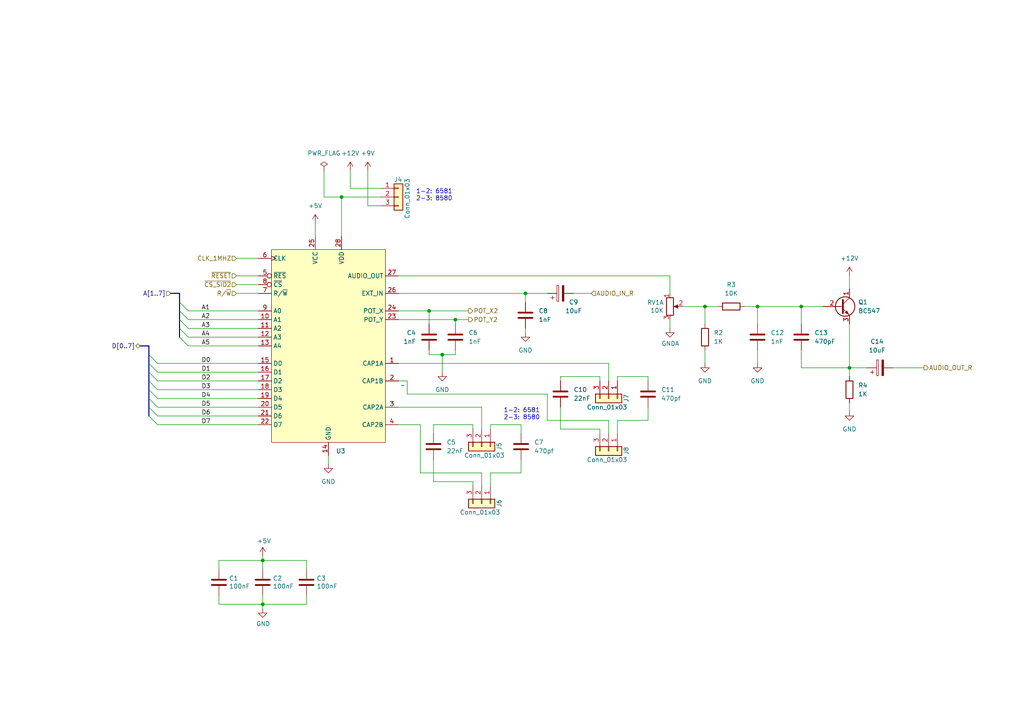
<source format=kicad_sch>
(kicad_sch (version 20230121) (generator eeschema)
  (paper "A4")
  (lib_symbols
    (symbol "Connector_Generic:Conn_01x03" (pin_names (offset 1.016) hide)
      (property "Reference" "J" (at 0 5.08 0))
      (property "Value" "Conn_01x03" (at 0 -5.08 0))
      (symbol "Conn_01x03_1_1"
        (rectangle (start -1.27 -2.413) (end 0 -2.667) (stroke (width 0.1524)))
        (rectangle (start -1.27 0.127) (end 0 -0.127) (stroke (width 0.1524)))
        (rectangle (start -1.27 2.667) (end 0 2.413) (stroke (width 0.1524)))
        (rectangle (start -1.27 3.81) (end 1.27 -3.81) (stroke (width 0.254)) (fill (type background)))
        (pin passive line (at -5.08 2.54 0) (length 3.81) (name "Pin_1") (number "1"))
        (pin passive line (at -5.08 0 0) (length 3.81) (name "Pin_2") (number "2"))
        (pin passive line (at -5.08 -2.54 0) (length 3.81) (name "Pin_3") (number "3"))
      )
    )
    (symbol "Ddraig:SID"
      (property "Reference" "U" (at -15.24 26.67 0))
      (symbol "SID_1_1"
        (rectangle (start -16.51 25.4) (end 16.51 -30.48) (fill (type background)))
        (pin passive line (at 20.32 -7.62 180) (length 3.81) (name "CAP1A") (number "1"))
        (pin input line (at -20.32 5.08 0) (length 3.81) (name "A1") (number "10"))
        (pin input line (at -20.32 2.54 0) (length 3.81) (name "A2") (number "11"))
        (pin input line (at -20.32 0 0) (length 3.81) (name "A3") (number "12"))
        (pin input line (at -20.32 -2.54 0) (length 3.81) (name "A4") (number "13"))
        (pin power_in line (at 0 -34.29 90) (length 3.81) (name "GND") (number "14"))
        (pin bidirectional line (at -20.32 -7.62 0) (length 3.81) (name "D0") (number "15"))
        (pin bidirectional line (at -20.32 -10.16 0) (length 3.81) (name "D1") (number "16"))
        (pin bidirectional line (at -20.32 -12.7 0) (length 3.81) (name "D2") (number "17"))
        (pin bidirectional line (at -20.32 -15.24 0) (length 3.81) (name "D3") (number "18"))
        (pin bidirectional line (at -20.32 -17.78 0) (length 3.81) (name "D4") (number "19"))
        (pin passive line (at 20.32 -12.7 180) (length 3.81) (name "CAP1B") (number "2"))
        (pin bidirectional line (at -20.32 -20.32 0) (length 3.81) (name "D5") (number "20"))
        (pin bidirectional line (at -20.32 -22.86 0) (length 3.81) (name "D6") (number "21"))
        (pin bidirectional line (at -20.32 -25.4 0) (length 3.81) (name "D7") (number "22"))
        (pin input line (at 20.32 5.08 180) (length 3.81) (name "POT_Y") (number "23"))
        (pin input line (at 20.32 7.62 180) (length 3.81) (name "POT_X") (number "24"))
        (pin power_in line (at -3.81 29.21 270) (length 3.81) (name "VCC") (number "25"))
        (pin input line (at 20.32 12.7 180) (length 3.81) (name "EXT_IN") (number "26"))
        (pin output line (at 20.32 17.78 180) (length 3.81) (name "AUDIO_OUT") (number "27"))
        (pin power_in line (at 3.81 29.21 270) (length 3.81) (name "VDD") (number "28"))
        (pin passive line (at 20.32 -20.32 180) (length 3.81) (name "CAP2A") (number "3"))
        (pin passive line (at 20.32 -25.4 180) (length 3.81) (name "CAP2B") (number "4"))
        (pin input inverted (at -20.32 17.78 0) (length 3.81) (name "~{RES}") (number "5"))
        (pin input clock (at -20.32 22.86 0) (length 3.81) (name "CLK") (number "6"))
        (pin input line (at -20.32 12.7 0) (length 3.81) (name "R/~{W}") (number "7"))
        (pin input inverted (at -20.32 15.24 0) (length 3.81) (name "~{CS}") (number "8"))
        (pin input line (at -20.32 7.62 0) (length 3.81) (name "A0") (number "9"))
      )
    )
    (symbol "Device:C" (pin_numbers hide) (pin_names (offset 0.254))
      (property "Reference" "C" (at 0.635 2.54 0))
      (property "Value" "C" (at 0.635 -2.54 0))
      (symbol "C_0_1"
        (polyline (pts (xy -2.032 -0.762) (xy 2.032 -0.762)) (stroke (width 0.508)))
        (polyline (pts (xy -2.032 0.762) (xy 2.032 0.762)) (stroke (width 0.508)))
      )
      (symbol "C_1_1"
        (pin passive line (at 0 3.81 270) (length 2.794) (name "~") (number "1"))
        (pin passive line (at 0 -3.81 90) (length 2.794) (name "~") (number "2"))
      )
    )
    (symbol "Device:C_Polarized" (pin_numbers hide) (pin_names (offset 0.254))
      (property "Reference" "C" (at 0.635 2.54 0))
      (property "Value" "C_Polarized" (at 0.635 -2.54 0))
      (symbol "C_Polarized_0_1"
        (rectangle (start -2.286 0.508) (end 2.286 1.016))
        (polyline (pts (xy -1.778 2.286) (xy -0.762 2.286)))
        (polyline (pts (xy -1.27 2.794) (xy -1.27 1.778)))
        (rectangle (start 2.286 -0.508) (end -2.286 -1.016) (fill (type outline)))
      )
      (symbol "C_Polarized_1_1"
        (pin passive line (at 0 3.81 270) (length 2.794) (name "~") (number "1"))
        (pin passive line (at 0 -3.81 90) (length 2.794) (name "~") (number "2"))
      )
    )
    (symbol "Device:R" (pin_numbers hide) (pin_names (offset 0))
      (property "Reference" "R" (at 2.032 0 90))
      (property "Value" "R" (at 0 0 90))
      (symbol "R_0_1"
        (rectangle (start -1.016 -2.54) (end 1.016 2.54) (stroke (width 0.254)))
      )
      (symbol "R_1_1"
        (pin passive line (at 0 3.81 270) (length 1.27) (name "~") (number "1"))
        (pin passive line (at 0 -3.81 90) (length 1.27) (name "~") (number "2"))
      )
    )
    (symbol "Device:R_Potentiometer_Dual_Separate" (pin_names (offset 1.016) hide)
      (property "Reference" "RV" (at -4.445 0 90))
      (property "Value" "R_Potentiometer_Dual_Separate" (at -2.54 0 90))
      (symbol "R_Potentiometer_Dual_Separate_0_1"
        (polyline (pts (xy 2.54 0) (xy 1.524 0)))
        (polyline (pts (xy 1.143 0) (xy 2.286 0.508) (xy 2.286 -0.508) (xy 1.143 0)) (fill (type outline)))
        (rectangle (start 1.016 2.54) (end -1.016 -2.54) (stroke (width 0.254)))
      )
      (symbol "R_Potentiometer_Dual_Separate_1_1"
        (pin passive line (at 0 3.81 270) (length 1.27) (name "1") (number "1"))
        (pin passive line (at 3.81 0 180) (length 1.27) (name "2") (number "2"))
        (pin passive line (at 0 -3.81 90) (length 1.27) (name "3") (number "3"))
      )
      (symbol "R_Potentiometer_Dual_Separate_2_1"
        (pin passive line (at 0 3.81 270) (length 1.27) (name "4") (number "4"))
        (pin passive line (at 3.81 0 180) (length 1.27) (name "5") (number "5"))
        (pin passive line (at 0 -3.81 90) (length 1.27) (name "6") (number "6"))
      )
    )
    (symbol "Transistor_BJT:BC547" (pin_names (offset 0) hide)
      (property "Reference" "Q" (at 5.08 1.905 0))
      (property "Value" "BC547" (at 5.08 0 0))
      (symbol "BC547_0_1"
        (polyline (pts (xy 0 0) (xy 0.635 0)))
        (polyline (pts (xy 0.635 0.635) (xy 2.54 2.54)))
        (polyline (pts (xy 0.635 -0.635) (xy 2.54 -2.54) (xy 2.54 -2.54)))
        (polyline (pts (xy 0.635 1.905) (xy 0.635 -1.905) (xy 0.635 -1.905)) (stroke (width 0.508)))
        (polyline (pts (xy 1.27 -1.778) (xy 1.778 -1.27) (xy 2.286 -2.286) (xy 1.27 -1.778) (xy 1.27 -1.778)) (fill (type outline)))
        (circle (center 1.27 0) (radius 2.8194) (stroke (width 0.254)))
      )
      (symbol "BC547_1_1"
        (pin passive line (at 2.54 5.08 270) (length 2.54) (name "C") (number "1"))
        (pin input line (at -5.08 0 0) (length 5.08) (name "B") (number "2"))
        (pin passive line (at 2.54 -5.08 90) (length 2.54) (name "E") (number "3"))
      )
    )
    (symbol "power:+12V" (power) (pin_names (offset 0))
      (property "Value" "+12V" (at 0 3.556 0))
      (symbol "+12V_0_1"
        (polyline (pts (xy -0.762 1.27) (xy 0 2.54)))
        (polyline (pts (xy 0 0) (xy 0 2.54)))
        (polyline (pts (xy 0 2.54) (xy 0.762 1.27)))
      )
      (symbol "+12V_1_1"
        (pin power_in line (at 0 0 90) (length 0) hide (name "+12V") (number "1"))
      )
    )
    (symbol "power:+5V" (power) (pin_names (offset 0))
      (property "Value" "+5V" (at 0 3.556 0))
      (symbol "+5V_0_1"
        (polyline (pts (xy -0.762 1.27) (xy 0 2.54)))
        (polyline (pts (xy 0 0) (xy 0 2.54)))
        (polyline (pts (xy 0 2.54) (xy 0.762 1.27)))
      )
      (symbol "+5V_1_1"
        (pin power_in line (at 0 0 90) (length 0) hide (name "+5V") (number "1"))
      )
    )
    (symbol "power:+9V" (power) (pin_names (offset 0))
      (property "Value" "+9V" (at 0 3.556 0))
      (symbol "+9V_0_1"
        (polyline (pts (xy -0.762 1.27) (xy 0 2.54)))
        (polyline (pts (xy 0 0) (xy 0 2.54)))
        (polyline (pts (xy 0 2.54) (xy 0.762 1.27)))
      )
      (symbol "+9V_1_1"
        (pin power_in line (at 0 0 90) (length 0) hide (name "+9V") (number "1"))
      )
    )
    (symbol "power:GND" (power) (pin_names (offset 0))
      (property "Value" "GND" (at 0 -3.81 0))
      (symbol "GND_0_1"
        (polyline (pts (xy 0 0) (xy 0 -1.27) (xy 1.27 -1.27) (xy 0 -2.54) (xy -1.27 -1.27) (xy 0 -1.27)))
      )
      (symbol "GND_1_1"
        (pin power_in line (at 0 0 270) (length 0) hide (name "GND") (number "1"))
      )
    )
    (symbol "power:GNDA" (power) (pin_names (offset 0))
      (property "Value" "GNDA" (at 0 -3.81 0))
      (symbol "GNDA_0_1"
        (polyline (pts (xy 0 0) (xy 0 -1.27) (xy 1.27 -1.27) (xy 0 -2.54) (xy -1.27 -1.27) (xy 0 -1.27)))
      )
      (symbol "GNDA_1_1"
        (pin power_in line (at 0 0 270) (length 0) hide (name "GNDA") (number "1"))
      )
    )
    (symbol "power:PWR_FLAG" (power) (pin_numbers hide) (pin_names (offset 0) hide)
      (property "Value" "PWR_FLAG" (at 0 3.81 0))
      (symbol "PWR_FLAG_0_0"
        (pin power_out line (at 0 0 90) (length 0) (name "pwr") (number "1"))
      )
      (symbol "PWR_FLAG_0_1"
        (polyline (pts (xy 0 0) (xy 0 1.27) (xy -1.016 1.905) (xy 0 2.54) (xy 1.016 1.905) (xy 0 1.27)))
      )
    )
  )
  (junction (at 76.2 162.56))
  (junction (at 232.41 88.9))
  (junction (at 99.06 57.15))
  (junction (at 219.71 88.9))
  (junction (at 246.38 106.68))
  (junction (at 132.08 92.71))
  (junction (at 128.27 102.87))
  (junction (at 204.47 88.9))
  (junction (at 124.46 90.17))
  (junction (at 152.4 85.09))
  (junction (at 76.2 175.26))
  (bus_entry (at 43.18 110.49) (size 2.54 2.54))
  (bus_entry (at 43.18 113.03) (size 2.54 2.54))
  (bus_entry (at 43.18 107.95) (size 2.54 2.54))
  (bus_entry (at 52.07 95.25) (size 2.54 2.54))
  (bus_entry (at 52.07 97.79) (size 2.54 2.54))
  (bus_entry (at 43.18 105.41) (size 2.54 2.54))
  (bus_entry (at 52.07 90.17) (size 2.54 2.54))
  (bus_entry (at 43.18 118.11) (size 2.54 2.54))
  (bus_entry (at 52.07 92.71) (size 2.54 2.54))
  (bus_entry (at 52.07 87.63) (size 2.54 2.54))
  (bus_entry (at 43.18 102.87) (size 2.54 2.54))
  (bus_entry (at 43.18 115.57) (size 2.54 2.54))
  (bus_entry (at 43.18 120.65) (size 2.54 2.54))
  (bus (pts (xy 40.64 100.33) (xy 43.18 100.33)))
  (bus (pts (xy 43.18 102.87) (xy 43.18 100.33)))
  (wire (pts (xy 139.7 137.16) (xy 139.7 140.97)))
  (wire (pts (xy 101.6 49.53) (xy 101.6 54.61)))
  (wire (pts (xy 132.08 101.6) (xy 132.08 102.87)))
  (bus (pts (xy 52.07 92.71) (xy 52.07 90.17)))
  (wire (pts (xy 45.72 113.03) (xy 74.93 113.03)))
  (wire (pts (xy 63.5 165.1) (xy 63.5 162.56)))
  (wire (pts (xy 115.57 123.19) (xy 121.92 123.19)))
  (wire (pts (xy 76.2 165.1) (xy 76.2 162.56)))
  (wire (pts (xy 142.24 137.16) (xy 151.13 137.16)))
  (wire (pts (xy 115.57 92.71) (xy 132.08 92.71)))
  (wire (pts (xy 137.16 123.19) (xy 137.16 124.46)))
  (wire (pts (xy 115.57 110.49) (xy 118.11 110.49)))
  (wire (pts (xy 124.46 102.87) (xy 128.27 102.87)))
  (wire (pts (xy 93.98 49.53) (xy 93.98 57.15)))
  (wire (pts (xy 68.58 80.01) (xy 74.93 80.01)))
  (wire (pts (xy 151.13 137.16) (xy 151.13 133.35)))
  (wire (pts (xy 76.2 175.26) (xy 76.2 176.53)))
  (wire (pts (xy 68.58 85.09) (xy 74.93 85.09)))
  (wire (pts (xy 45.72 118.11) (xy 74.93 118.11)))
  (wire (pts (xy 121.92 123.19) (xy 121.92 137.16)))
  (wire (pts (xy 115.57 80.01) (xy 194.31 80.01)))
  (wire (pts (xy 246.38 116.84) (xy 246.38 119.38)))
  (wire (pts (xy 88.9 175.26) (xy 88.9 172.72)))
  (wire (pts (xy 125.73 139.7) (xy 137.16 139.7)))
  (wire (pts (xy 99.06 68.58) (xy 99.06 57.15)))
  (wire (pts (xy 68.58 82.55) (xy 74.93 82.55)))
  (wire (pts (xy 125.73 133.35) (xy 125.73 139.7)))
  (wire (pts (xy 162.56 118.11) (xy 162.56 124.46)))
  (wire (pts (xy 88.9 162.56) (xy 88.9 165.1)))
  (wire (pts (xy 246.38 93.98) (xy 246.38 106.68)))
  (wire (pts (xy 115.57 118.11) (xy 139.7 118.11)))
  (wire (pts (xy 54.61 100.33) (xy 74.93 100.33)))
  (wire (pts (xy 101.6 54.61) (xy 110.49 54.61)))
  (bus (pts (xy 43.18 118.11) (xy 43.18 115.57)))
  (wire (pts (xy 118.11 110.49) (xy 118.11 114.3)))
  (wire (pts (xy 173.99 109.22) (xy 173.99 110.49)))
  (wire (pts (xy 45.72 120.65) (xy 74.93 120.65)))
  (wire (pts (xy 93.98 57.15) (xy 99.06 57.15)))
  (wire (pts (xy 179.07 109.22) (xy 179.07 110.49)))
  (wire (pts (xy 142.24 123.19) (xy 142.24 124.46)))
  (wire (pts (xy 63.5 175.26) (xy 76.2 175.26)))
  (wire (pts (xy 219.71 101.6) (xy 219.71 105.41)))
  (wire (pts (xy 45.72 105.41) (xy 74.93 105.41)))
  (wire (pts (xy 162.56 109.22) (xy 173.99 109.22)))
  (wire (pts (xy 124.46 90.17) (xy 135.89 90.17)))
  (wire (pts (xy 151.13 123.19) (xy 151.13 125.73)))
  (wire (pts (xy 54.61 92.71) (xy 74.93 92.71)))
  (wire (pts (xy 152.4 95.25) (xy 152.4 96.52)))
  (wire (pts (xy 173.99 124.46) (xy 173.99 125.73)))
  (wire (pts (xy 219.71 88.9) (xy 232.41 88.9)))
  (wire (pts (xy 91.44 64.77) (xy 91.44 68.58)))
  (wire (pts (xy 187.96 118.11) (xy 187.96 121.92)))
  (bus (pts (xy 43.18 107.95) (xy 43.18 105.41)))
  (wire (pts (xy 45.72 110.49) (xy 74.93 110.49)))
  (wire (pts (xy 158.75 114.3) (xy 158.75 121.92)))
  (wire (pts (xy 121.92 137.16) (xy 139.7 137.16)))
  (bus (pts (xy 52.07 97.79) (xy 52.07 95.25)))
  (bus (pts (xy 52.07 95.25) (xy 52.07 92.71)))
  (bus (pts (xy 43.18 115.57) (xy 43.18 113.03)))
  (wire (pts (xy 152.4 85.09) (xy 152.4 87.63)))
  (wire (pts (xy 187.96 109.22) (xy 187.96 110.49)))
  (wire (pts (xy 166.37 85.09) (xy 171.45 85.09)))
  (wire (pts (xy 128.27 102.87) (xy 128.27 107.95)))
  (wire (pts (xy 137.16 139.7) (xy 137.16 140.97)))
  (wire (pts (xy 76.2 162.56) (xy 76.2 161.29)))
  (wire (pts (xy 246.38 106.68) (xy 251.46 106.68)))
  (wire (pts (xy 63.5 162.56) (xy 76.2 162.56)))
  (wire (pts (xy 219.71 88.9) (xy 219.71 93.98)))
  (wire (pts (xy 232.41 88.9) (xy 238.76 88.9)))
  (wire (pts (xy 63.5 172.72) (xy 63.5 175.26)))
  (bus (pts (xy 43.18 110.49) (xy 43.18 107.95)))
  (wire (pts (xy 158.75 121.92) (xy 176.53 121.92)))
  (wire (pts (xy 139.7 118.11) (xy 139.7 124.46)))
  (wire (pts (xy 132.08 92.71) (xy 132.08 93.98)))
  (wire (pts (xy 232.41 106.68) (xy 246.38 106.68)))
  (wire (pts (xy 99.06 57.15) (xy 110.49 57.15)))
  (wire (pts (xy 124.46 101.6) (xy 124.46 102.87)))
  (wire (pts (xy 194.31 92.71) (xy 194.31 95.25)))
  (bus (pts (xy 49.53 85.09) (xy 52.07 85.09)))
  (wire (pts (xy 179.07 121.92) (xy 179.07 125.73)))
  (wire (pts (xy 246.38 106.68) (xy 246.38 109.22)))
  (wire (pts (xy 179.07 109.22) (xy 187.96 109.22)))
  (wire (pts (xy 76.2 172.72) (xy 76.2 175.26)))
  (wire (pts (xy 76.2 162.56) (xy 88.9 162.56)))
  (wire (pts (xy 54.61 95.25) (xy 74.93 95.25)))
  (bus (pts (xy 43.18 113.03) (xy 43.18 110.49)))
  (bus (pts (xy 43.18 105.41) (xy 43.18 102.87)))
  (wire (pts (xy 194.31 80.01) (xy 194.31 85.09)))
  (wire (pts (xy 95.25 132.08) (xy 95.25 134.62)))
  (wire (pts (xy 152.4 85.09) (xy 158.75 85.09)))
  (wire (pts (xy 54.61 90.17) (xy 74.93 90.17)))
  (wire (pts (xy 68.58 74.93) (xy 74.93 74.93)))
  (bus (pts (xy 43.18 120.65) (xy 43.18 118.11)))
  (wire (pts (xy 232.41 88.9) (xy 232.41 93.98)))
  (wire (pts (xy 124.46 90.17) (xy 124.46 93.98)))
  (wire (pts (xy 204.47 101.6) (xy 204.47 105.41)))
  (wire (pts (xy 132.08 102.87) (xy 128.27 102.87)))
  (wire (pts (xy 106.68 59.69) (xy 110.49 59.69)))
  (wire (pts (xy 115.57 105.41) (xy 176.53 105.41)))
  (wire (pts (xy 232.41 101.6) (xy 232.41 106.68)))
  (wire (pts (xy 204.47 88.9) (xy 208.28 88.9)))
  (wire (pts (xy 132.08 92.71) (xy 135.89 92.71)))
  (wire (pts (xy 125.73 125.73) (xy 125.73 123.19)))
  (wire (pts (xy 215.9 88.9) (xy 219.71 88.9)))
  (wire (pts (xy 198.12 88.9) (xy 204.47 88.9)))
  (wire (pts (xy 259.08 106.68) (xy 267.97 106.68)))
  (wire (pts (xy 187.96 121.92) (xy 179.07 121.92)))
  (wire (pts (xy 45.72 123.19) (xy 74.93 123.19)))
  (wire (pts (xy 162.56 124.46) (xy 173.99 124.46)))
  (wire (pts (xy 76.2 175.26) (xy 88.9 175.26)))
  (wire (pts (xy 115.57 85.09) (xy 152.4 85.09)))
  (wire (pts (xy 125.73 123.19) (xy 137.16 123.19)))
  (bus (pts (xy 52.07 87.63) (xy 52.07 85.09)))
  (wire (pts (xy 118.11 114.3) (xy 158.75 114.3)))
  (wire (pts (xy 45.72 115.57) (xy 74.93 115.57)))
  (wire (pts (xy 176.53 121.92) (xy 176.53 125.73)))
  (wire (pts (xy 45.72 107.95) (xy 74.93 107.95)))
  (wire (pts (xy 142.24 137.16) (xy 142.24 140.97)))
  (wire (pts (xy 204.47 88.9) (xy 204.47 93.98)))
  (wire (pts (xy 142.24 123.19) (xy 151.13 123.19)))
  (wire (pts (xy 115.57 90.17) (xy 124.46 90.17)))
  (bus (pts (xy 52.07 90.17) (xy 52.07 87.63)))
  (wire (pts (xy 106.68 49.53) (xy 106.68 59.69)))
  (wire (pts (xy 162.56 110.49) (xy 162.56 109.22)))
  (wire (pts (xy 246.38 80.01) (xy 246.38 83.82)))
  (wire (pts (xy 176.53 105.41) (xy 176.53 110.49)))
  (wire (pts (xy 54.61 97.79) (xy 74.93 97.79)))
  (text "1-2: 6581\n2-3: 8580\n" (at 120.65 58.42 0) (effects (font (size 1.27 1.27)) (justify left bottom)))
  (text "1-2: 6581\n2-3: 8580\n" (at 146.05 121.92 0) (effects (font (size 1.27 1.27)) (justify left bottom)))
  (label "A5" (at 58.42 100.33 0))
  (label "D3" (at 58.42 113.03 0))
  (label "A4" (at 58.42 97.79 0))
  (label "A3" (at 58.42 95.25 0))
  (label "D1" (at 58.42 107.95 0))
  (label "D6" (at 58.42 120.65 0))
  (label "D2" (at 58.42 110.49 0))
  (label "D0" (at 58.42 105.41 0))
  (label "D5" (at 58.42 118.11 0))
  (label "D7" (at 58.42 123.19 0))
  (label "D4" (at 58.42 115.57 0))
  (label "A2" (at 58.42 92.71 0))
  (label "A1" (at 58.42 90.17 0))
  (hierarchical_label "POT_X2" (shape output) (at 135.89 90.17 0))
  (hierarchical_label "~{RESET}" (shape input) (at 68.58 80.01 180))
  (hierarchical_label "A[1..7]" (shape input) (at 49.53 85.09 180))
  (hierarchical_label "D[0..7]" (shape bidirectional) (at 40.64 100.33 180))
  (hierarchical_label "AUDIO_IN_R" (shape input) (at 171.45 85.09 0))
  (hierarchical_label "AUDIO_OUT_R" (shape output) (at 267.97 106.68 0))
  (hierarchical_label "~{CS_SID2}" (shape input) (at 68.58 82.55 180))
  (hierarchical_label "POT_Y2" (shape output) (at 135.89 92.71 0))
  (hierarchical_label "CLK_1MHZ" (shape input) (at 68.58 74.93 180))
  (hierarchical_label "R{slash}~{W}" (shape input) (at 68.58 85.09 180))
  (symbol (lib_id "Connector_Generic:Conn_01x03") (at 176.53 130.81 270) (unit 1)
    (property "Reference" "J8" (at 181.61 129.54 0) (effects (justify left)))
    (property "Value" "Conn_01x03" (at 170.18 133.35 90) (effects (justify left)))
    (instances (project "AudioSID" (path "" (reference "J8") (unit 1)) (path "" (reference "J16") (unit 1))))
  )
  (symbol (lib_id "Connector_Generic:Conn_01x03") (at 115.57 57.15 0) (unit 1)
    (property "Reference" "J4" (at 114.3 52.07 0) (effects (justify left)))
    (property "Value" "Conn_01x03" (at 118.11 63.5 90) (effects (justify left)))
    (instances (project "AudioSID" (path "" (reference "J4") (unit 1)) (path "" (reference "J12") (unit 1))))
  )
  (symbol (lib_id "power:GND") (at 219.71 105.41 0) (unit 1)
    (property "Reference" "#PWR025" (effects hide))
    (property "Value" "GND" (at 219.71 110.49 0))
    (instances (project "AudioSID" (path "" (reference "#PWR025") (unit 1)) (path "" (reference "#PWR043") (unit 1))))
  )
  (symbol (lib_id "power:PWR_FLAG") (at 93.98 49.53 0) (unit 1)
    (property "Reference" "#FLG08" (effects hide))
    (property "Value" "PWR_FLAG" (at 93.98 44.45 0))
  )
  (symbol (lib_id "Device:R") (at 204.47 97.79 0) (unit 1)
    (property "Reference" "R2" (at 207.01 96.52 0) (effects (justify left)))
    (property "Value" "1K" (at 207.01 99.06 0) (effects (justify left)))
    (instances (project "AudioSID" (path "" (reference "R2") (unit 1)) (path "" (reference "R5") (unit 1))))
  )
  (symbol (lib_id "Device:C_Polarized") (at 255.27 106.68 90) (unit 1)
    (property "Reference" "C14" (at 254.381 99.06 90))
    (property "Value" "10uF" (at 254.381 101.6 90))
    (instances (project "AudioSID" (path "" (reference "C14") (unit 1)) (path "" (reference "C31") (unit 1))))
  )
  (symbol (lib_id "Device:C") (at 125.73 129.54 0) (unit 1)
    (property "Reference" "C5" (at 129.54 128.27 0) (effects (justify left)))
    (property "Value" "22nF" (at 129.54 130.81 0) (effects (justify left)))
    (instances (project "AudioSID" (path "" (reference "C5") (unit 1)) (path "" (reference "C22") (unit 1))))
  )
  (symbol (lib_id "Connector_Generic:Conn_01x03") (at 176.53 115.57 270) (unit 1)
    (property "Reference" "J7" (at 181.61 114.3 0) (effects (justify left)))
    (property "Value" "Conn_01x03" (at 170.18 118.11 90) (effects (justify left)))
    (instances (project "AudioSID" (path "" (reference "J7") (unit 1)) (path "" (reference "J15") (unit 1))))
  )
  (symbol (lib_id "Device:C") (at 152.4 91.44 0) (unit 1)
    (property "Reference" "C8" (at 156.21 90.17 0) (effects (justify left)))
    (property "Value" "1nF" (at 156.21 92.71 0) (effects (justify left)))
    (instances (project "AudioSID" (path "" (reference "C8") (unit 1)) (path "" (reference "C25") (unit 1))))
  )
  (symbol (lib_id "Device:C") (at 151.13 129.54 0) (unit 1)
    (property "Reference" "C7" (at 154.94 128.27 0) (effects (justify left)))
    (property "Value" "470pf" (at 154.94 130.81 0) (effects (justify left)))
    (instances (project "AudioSID" (path "" (reference "C7") (unit 1)) (path "" (reference "C24") (unit 1))))
  )
  (symbol (lib_id "Device:C") (at 63.5 168.91 0) (unit 1)
    (property "Reference" "C1" (at 66.421 167.7416 0) (effects (justify left)))
    (property "Value" "100nF" (at 66.421 170.053 0) (effects (justify left)))
    (property "Footprint" "Capacitor_THT:C_Disc_D5.0mm_W2.5mm_P2.50mm" (effects hide))
    (instances (project "AudioSID" (path "" (reference "C1") (unit 1)) (path "" (reference "C26") (unit 1)) (path "" (reference "C18") (unit 1))))
  )
  (symbol (lib_id "power:+12V") (at 101.6 49.53 0) (unit 1)
    (property "Reference" "#PWR020" (effects hide))
    (property "Value" "+12V" (at 101.6 44.45 0))
    (instances (project "AudioSID" (path "" (reference "#PWR020") (unit 1)) (path "" (reference "#PWR037") (unit 1))))
  )
  (symbol (lib_id "Connector_Generic:Conn_01x03") (at 139.7 146.05 270) (unit 1)
    (property "Reference" "J6" (at 144.78 144.78 0) (effects (justify left)))
    (property "Value" "Conn_01x03" (at 133.35 148.59 90) (effects (justify left)))
    (instances (project "AudioSID" (path "" (reference "J6") (unit 1)) (path "" (reference "J14") (unit 1))))
  )
  (symbol (lib_id "Device:C") (at 162.56 114.3 0) (unit 1)
    (property "Reference" "C10" (at 166.37 113.03 0) (effects (justify left)))
    (property "Value" "22nF" (at 166.37 115.57 0) (effects (justify left)))
    (instances (project "AudioSID" (path "" (reference "C10") (unit 1)) (path "" (reference "C27") (unit 1))))
  )
  (symbol (lib_id "Ddraig:SID") (at 95.25 97.79 0) (unit 1)
    (property "Reference" "U3" (at 97.4441 130.81 0) (effects (justify left)))
    (property "Value" "~" (at 116.84 111.76 0))
    (property "Footprint" "Package_DIP:DIP-28_W15.24mm" (effects hide))
    (instances (project "AudioSID" (path "" (reference "U3") (unit 1)) (path "" (reference "U4") (unit 1))))
  )
  (symbol (lib_id "Device:C_Polarized") (at 162.56 85.09 90) (unit 1)
    (property "Reference" "C9" (at 166.37 87.63 90))
    (property "Value" "10uF" (at 166.37 90.17 90))
    (instances (project "AudioSID" (path "" (reference "C9") (unit 1)) (path "" (reference "C26") (unit 1))))
  )
  (symbol (lib_id "power:GND") (at 128.27 107.95 0) (unit 1)
    (property "Reference" "#PWR022" (effects hide))
    (property "Value" "GND" (at 128.27 113.03 0))
    (instances (project "AudioSID" (path "" (reference "#PWR022") (unit 1)) (path "" (reference "#PWR039") (unit 1))))
  )
  (symbol (lib_id "Device:C") (at 187.96 114.3 0) (unit 1)
    (property "Reference" "C11" (at 191.77 113.03 0) (effects (justify left)))
    (property "Value" "470pf" (at 191.77 115.57 0) (effects (justify left)))
    (instances (project "AudioSID" (path "" (reference "C11") (unit 1)) (path "" (reference "C28") (unit 1))))
  )
  (symbol (lib_id "power:GND") (at 95.25 134.62 0) (unit 1)
    (property "Reference" "#PWR019" (effects hide))
    (property "Value" "GND" (at 95.25 139.7 0))
    (instances (project "AudioSID" (path "" (reference "#PWR019") (unit 1)) (path "" (reference "#PWR036") (unit 1))))
  )
  (symbol (lib_id "power:+5V") (at 76.2 161.29 0) (unit 1)
    (property "Reference" "#PWR04" (effects hide))
    (property "Value" "+5V" (at 76.581 156.8958 0))
    (instances (project "AudioSID" (path "" (reference "#PWR04") (unit 1)) (path "" (reference "#PWR042") (unit 1)) (path "" (reference "#PWR033") (unit 1))))
  )
  (symbol (lib_id "Device:R") (at 246.38 113.03 0) (unit 1)
    (property "Reference" "R4" (at 248.92 111.76 0) (effects (justify left)))
    (property "Value" "1K" (at 248.92 114.3 0) (effects (justify left)))
    (instances (project "AudioSID" (path "" (reference "R4") (unit 1)) (path "" (reference "R7") (unit 1))))
  )
  (symbol (lib_id "Device:C") (at 232.41 97.79 0) (unit 1)
    (property "Reference" "C13" (at 236.22 96.52 0) (effects (justify left)))
    (property "Value" "470pF" (at 236.22 99.06 0) (effects (justify left)))
    (instances (project "AudioSID" (path "" (reference "C13") (unit 1)) (path "" (reference "C30") (unit 1))))
  )
  (symbol (lib_id "Device:R") (at 212.09 88.9 90) (unit 1)
    (property "Reference" "R3" (at 212.09 82.55 90))
    (property "Value" "10K" (at 212.09 85.09 90))
    (instances (project "AudioSID" (path "" (reference "R3") (unit 1)) (path "" (reference "R6") (unit 1))))
  )
  (symbol (lib_id "power:GND") (at 152.4 96.52 0) (unit 1)
    (property "Reference" "#PWR023" (effects hide))
    (property "Value" "GND" (at 152.4 101.6 0))
    (instances (project "AudioSID" (path "" (reference "#PWR023") (unit 1)) (path "" (reference "#PWR040") (unit 1))))
  )
  (symbol (lib_id "power:+9V") (at 106.68 49.53 0) (unit 1)
    (property "Reference" "#PWR021" (effects hide))
    (property "Value" "+9V" (at 106.68 44.45 0))
    (instances (project "AudioSID" (path "" (reference "#PWR021") (unit 1)) (path "" (reference "#PWR038") (unit 1))))
  )
  (symbol (lib_id "power:+12V") (at 246.38 80.01 0) (unit 1)
    (property "Reference" "#PWR026" (effects hide))
    (property "Value" "+12V" (at 246.38 74.93 0))
    (instances (project "AudioSID" (path "" (reference "#PWR026") (unit 1)) (path "" (reference "#PWR044") (unit 1))))
  )
  (symbol (lib_id "Transistor_BJT:BC547") (at 243.84 88.9 0) (unit 1)
    (property "Reference" "Q1" (at 248.92 87.63 0) (effects (justify left)))
    (property "Value" "BC547" (at 248.92 90.17 0) (effects (justify left)))
    (property "Footprint" "Package_TO_SOT_THT:TO-92_Inline" (effects hide))
    (property "Datasheet" "https://www.onsemi.com/pub/Collateral/BC550-D.pdf" (effects hide))
    (instances (project "AudioSID" (path "" (reference "Q1") (unit 1)) (path "" (reference "Q2") (unit 1))))
  )
  (symbol (lib_id "power:GND") (at 246.38 119.38 0) (unit 1)
    (property "Reference" "#PWR027" (effects hide))
    (property "Value" "GND" (at 246.38 124.46 0))
    (instances (project "AudioSID" (path "" (reference "#PWR027") (unit 1)) (path "" (reference "#PWR045") (unit 1))))
  )
  (symbol (lib_id "Device:C") (at 124.46 97.79 0) (mirror y) (unit 1)
    (property "Reference" "C4" (at 120.65 96.52 0) (effects (justify left)))
    (property "Value" "1nF" (at 120.65 99.06 0) (effects (justify left)))
    (instances (project "AudioSID" (path "" (reference "C4") (unit 1)) (path "" (reference "C21") (unit 1))))
  )
  (symbol (lib_id "power:GND") (at 204.47 105.41 0) (unit 1)
    (property "Reference" "#PWR024" (effects hide))
    (property "Value" "GND" (at 204.47 110.49 0))
    (instances (project "AudioSID" (path "" (reference "#PWR024") (unit 1)) (path "" (reference "#PWR042") (unit 1))))
  )
  (symbol (lib_id "power:+5V") (at 91.44 64.77 0) (unit 1)
    (property "Reference" "#PWR018" (effects hide))
    (property "Value" "+5V" (at 91.44 59.69 0))
    (instances (project "AudioSID" (path "" (reference "#PWR018") (unit 1)) (path "" (reference "#PWR035") (unit 1))))
  )
  (symbol (lib_id "Connector_Generic:Conn_01x03") (at 139.7 129.54 270) (unit 1)
    (property "Reference" "J5" (at 144.78 128.27 0) (effects (justify left)))
    (property "Value" "Conn_01x03" (at 134.62 132.08 90) (effects (justify left)))
    (instances (project "AudioSID" (path "" (reference "J5") (unit 1)) (path "" (reference "J13") (unit 1))))
  )
  (symbol (lib_id "Device:C") (at 76.2 168.91 0) (unit 1)
    (property "Reference" "C2" (at 79.121 167.7416 0) (effects (justify left)))
    (property "Value" "100nF" (at 79.121 170.053 0) (effects (justify left)))
    (property "Footprint" "Capacitor_THT:C_Disc_D5.0mm_W2.5mm_P2.50mm" (effects hide))
    (instances (project "AudioSID" (path "" (reference "C2") (unit 1)) (path "" (reference "C27") (unit 1)) (path "" (reference "C19") (unit 1))))
  )
  (symbol (lib_id "Device:R_Potentiometer_Dual_Separate") (at 194.31 88.9 0) (unit 1)
    (property "Reference" "RV1" (at 192.532 87.7316 0) (effects (justify right)))
    (property "Value" "10K" (at 192.532 90.043 0) (effects (justify right)))
    (property "Footprint" "Potentiometer_THT:Potentiometer_Alps_RK163_Dual_Horizontal" (effects hide))
    (instances (project "AudioSID" (path "" (reference "RV1") (unit 1)) (path "" (reference "RV1") (unit 2))))
  )
  (symbol (lib_id "Device:C") (at 132.08 97.79 0) (unit 1)
    (property "Reference" "C6" (at 135.89 96.52 0) (effects (justify left)))
    (property "Value" "1nF" (at 135.89 99.06 0) (effects (justify left)))
    (instances (project "AudioSID" (path "" (reference "C6") (unit 1)) (path "" (reference "C23") (unit 1))))
  )
  (symbol (lib_id "power:GND") (at 76.2 176.53 0) (unit 1)
    (property "Reference" "#PWR05" (effects hide))
    (property "Value" "GND" (at 76.327 180.9242 0))
    (instances (project "AudioSID" (path "" (reference "#PWR05") (unit 1)) (path "" (reference "#PWR043") (unit 1)) (path "" (reference "#PWR034") (unit 1))))
  )
  (symbol (lib_id "Device:C") (at 219.71 97.79 0) (unit 1)
    (property "Reference" "C12" (at 223.52 96.52 0) (effects (justify left)))
    (property "Value" "1nF" (at 223.52 99.06 0) (effects (justify left)))
    (instances (project "AudioSID" (path "" (reference "C12") (unit 1)) (path "" (reference "C29") (unit 1))))
  )
  (symbol (lib_id "Device:C") (at 88.9 168.91 0) (unit 1)
    (property "Reference" "C3" (at 91.821 167.7416 0) (effects (justify left)))
    (property "Value" "100nF" (at 91.821 170.053 0) (effects (justify left)))
    (property "Footprint" "Capacitor_THT:C_Disc_D5.0mm_W2.5mm_P2.50mm" (effects hide))
    (instances (project "AudioSID" (path "" (reference "C3") (unit 1)) (path "" (reference "C28") (unit 1)) (path "" (reference "C20") (unit 1))))
  )
  (symbol (lib_id "power:GNDA") (at 194.31 95.25 0) (unit 1)
    (property "Reference" "#PWR028" (effects hide))
    (property "Value" "GNDA" (at 194.437 99.6442 0))
    (instances (project "AudioSID" (path "" (reference "#PWR028") (unit 1)) (path "" (reference "#PWR028") (unit 1)) (path "" (reference "#PWR041") (unit 1))))
  )
)
</source>
